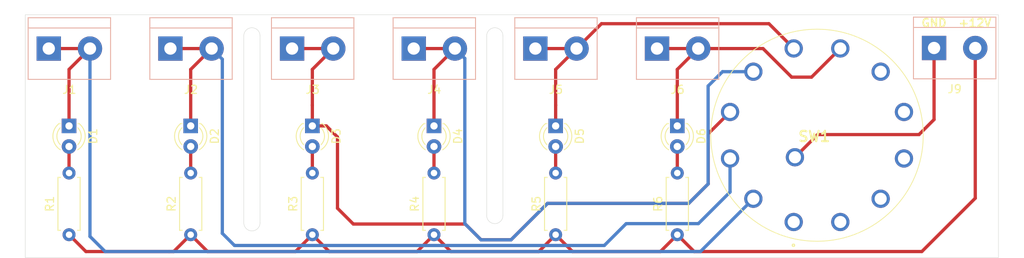
<source format=kicad_pcb>
(kicad_pcb (version 20241229) (generator "pcbnew") (generator_version "9.0")
  (title_block (title "Amp Switcher - 6-way Control Matrix") (date "2025-03-17") (rev "1.0") (comment 3 "SPDX-FileCopyrightText: 2025 Arnaud Ferraris <aferraris@debian.org>") (comment 4 "SPDX-License-Identifier: CERN-OHL-S-2.0+"))
  (layers (0 "F.Cu" signal) (2 "B.Cu" signal) (13 "F.Paste" user) (15 "B.Paste" user) (5 "F.SilkS" user "F.Silkscreen") (7 "B.SilkS" user "B.Silkscreen") (1 "F.Mask" user) (3 "B.Mask" user) (25 "Edge.Cuts" user))
  (net 0 "")
  (net 1 "Net-(D1-K)")
  (net 2 "Net-(D1-A)")
  (net 3 "Net-(D2-A)")
  (net 4 "Net-(D2-K)")
  (net 5 "Net-(D3-K)")
  (net 6 "Net-(D3-A)")
  (net 7 "Net-(D4-A)")
  (net 8 "Net-(D4-K)")
  (net 9 "Net-(D5-K)")
  (net 10 "Net-(D5-A)")
  (net 11 "Net-(D6-A)")
  (net 12 "Net-(D6-K)")
  (net 15 "GND")
  (net 16 "+12V")
  (footprint "LED_THT:LED_D3.0mm" (layer "F.Cu") (at 95.4 93.73 -90)
    (property "Reference" "D3" (at 1.27 -2.96 90) (layer "F.SilkS"))
    (property "Value" "LED")
    (fp_line (start -0.29 1.08) (end -0.29 1.236) (stroke (width 0.12)) (layer "F.SilkS"))
    (fp_line (start -0.29 -1.236) (end -0.29 -1.08) (stroke (width 0.12)) (layer "F.SilkS"))
    (fp_arc (start 2.941397 1.080061) (mid 1.365624 1.987701) (end -0.29 1.235516) (stroke (width 0.12)) (layer "F.SilkS"))
    (fp_arc (start 2.31091 1.080049) (mid 1.269964 1.5) (end 0.229039 1.08) (stroke (width 0.12)) (layer "F.SilkS"))
    (fp_arc (start 0.229039 -1.08) (mid 1.269964 -1.5) (end 2.31091 -1.080049) (stroke (width 0.12)) (layer "F.SilkS"))
    (fp_arc (start -0.29 -1.235516) (mid 1.365624 -1.987701) (end 2.941397 -1.080061) (stroke (width 0.12)) (layer "F.SilkS"))
    (pad "1" thru_hole rect (at 0 0 270) (size 1.8 1.8) (drill 0.9) (layers "*.Cu" "*.Mask") (net 5 "Net-(D3-K)"))
    (pad "2" thru_hole circle (at 2.54 0 270) (size 1.8 1.8) (drill 0.9) (layers "*.Cu" "*.Mask") (net 6 "Net-(D3-A)"))
  )
  (footprint "Personal_Footprints:CK1059" (layer "F.Cu") (at 154.75422 105.6)
    (property "Reference" "SW1" (at 2.52889 -10.56878 0) (layer "F.SilkS") (effects (font (size 1.27 1.27) (thickness 0.254))))
    (property "Value" "SW_Rotary_1x12" (hide yes))
    (fp_circle (center -0.032 2.875) (end -0.032 2.944) (stroke (width 0.15)) (fill no) (layer "F.SilkS"))
    (fp_circle (center 2.87289 -10.72178) (end 2.87289 2.37822) (stroke (width 0.1)) (fill no) (layer "F.SilkS"))
    (pad "1" thru_hole circle (at 0 0) (size 2.25 2.25) (drill 1.5) (layers "*.Cu" "*.Mask"))
    (pad "2" thru_hole circle (at -4.97599 -2.87289) (size 2.25 2.25) (drill 1.5) (layers "*.Cu" "*.Mask") (net 1 "Net-(D1-K)"))
    (pad "3" thru_hole circle (at -7.84889 -7.84889) (size 2.25 2.25) (drill 1.5) (layers "*.Cu" "*.Mask") (net 4 "Net-(D2-K)"))
    (pad "4" thru_hole circle (at -7.84889 -13.59467) (size 2.25 2.25) (drill 1.5) (layers "*.Cu" "*.Mask") (net 5 "Net-(D3-K)"))
    (pad "5" thru_hole circle (at -4.97599 -18.57066) (size 2.25 2.25) (drill 1.5) (layers "*.Cu" "*.Mask") (net 8 "Net-(D4-K)"))
    (pad "6" thru_hole circle (at 0 -21.44355) (size 2.25 2.25) (drill 1.5) (layers "*.Cu" "*.Mask") (net 9 "Net-(D5-K)"))
    (pad "7" thru_hole circle (at 5.74578 -21.44355) (size 2.25 2.25) (drill 1.5) (layers "*.Cu" "*.Mask") (net 12 "Net-(D6-K)"))
    (pad "8" thru_hole circle (at 10.72178 -18.57066) (size 2.25 2.25) (drill 1.5) (layers "*.Cu" "*.Mask"))
    (pad "9" thru_hole circle (at 13.59467 -13.594671) (size 2.25 2.25) (drill 1.5) (layers "*.Cu" "*.Mask"))
    (pad "10" thru_hole circle (at 13.59467 -7.84889) (size 2.25 2.25) (drill 1.5) (layers "*.Cu" "*.Mask"))
    (pad "11" thru_hole circle (at 10.72178 -2.87289) (size 2.25 2.25) (drill 1.5) (layers "*.Cu" "*.Mask"))
    (pad "12" thru_hole circle (at 5.74578 0) (size 2.25 2.25) (drill 1.5) (layers "*.Cu" "*.Mask"))
    (pad "13" thru_hole circle (at 0.15053 -7.99942) (size 2.25 2.25) (drill 1.5) (layers "*.Cu" "*.Mask") (net 15 "GND"))
  )
  (footprint "Resistor_THT:R_Axial_DIN0207_L6.3mm_D2.5mm_P7.62mm_Horizontal" (layer "F.Cu") (at 80.4 107.17 90)
    (property "Reference" "R2" (at 3.81 -2.37 90) (layer "F.SilkS"))
    (property "Value" "680R")
    (fp_line (start 7.08 -1.37) (end 7.08 -1.04) (stroke (width 0.12)) (layer "F.SilkS"))
    (fp_line (start 0.54 -1.37) (end 7.08 -1.37) (stroke (width 0.12)) (layer "F.SilkS"))
    (fp_line (start 0.54 -1.04) (end 0.54 -1.37) (stroke (width 0.12)) (layer "F.SilkS"))
    (fp_line (start 0.54 1.04) (end 0.54 1.37) (stroke (width 0.12)) (layer "F.SilkS"))
    (fp_line (start 7.08 1.37) (end 7.08 1.04) (stroke (width 0.12)) (layer "F.SilkS"))
    (fp_line (start 0.54 1.37) (end 7.08 1.37) (stroke (width 0.12)) (layer "F.SilkS"))
    (pad "1" thru_hole circle (at 0 0 90) (size 1.6 1.6) (drill 0.8) (layers "*.Cu" "*.Mask") (net 16 "+12V"))
    (pad "2" thru_hole oval (at 7.62 0 90) (size 1.6 1.6) (drill 0.8) (layers "*.Cu" "*.Mask") (net 3 "Net-(D2-A)"))
  )
  (footprint "LED_THT:LED_D3.0mm" (layer "F.Cu") (at 80.4 93.73 -90)
    (property "Reference" "D2" (at 1.27 -2.96 90) (layer "F.SilkS"))
    (property "Value" "LED")
    (fp_line (start -0.29 1.08) (end -0.29 1.236) (stroke (width 0.12)) (layer "F.SilkS"))
    (fp_line (start -0.29 -1.236) (end -0.29 -1.08) (stroke (width 0.12)) (layer "F.SilkS"))
    (fp_arc (start 2.941397 1.080061) (mid 1.365624 1.987701) (end -0.29 1.235516) (stroke (width 0.12)) (layer "F.SilkS"))
    (fp_arc (start 2.31091 1.080049) (mid 1.269964 1.5) (end 0.229039 1.08) (stroke (width 0.12)) (layer "F.SilkS"))
    (fp_arc (start 0.229039 -1.08) (mid 1.269964 -1.5) (end 2.31091 -1.080049) (stroke (width 0.12)) (layer "F.SilkS"))
    (fp_arc (start -0.29 -1.235516) (mid 1.365624 -1.987701) (end 2.941397 -1.080061) (stroke (width 0.12)) (layer "F.SilkS"))
    (pad "1" thru_hole rect (at 0 0 270) (size 1.8 1.8) (drill 0.9) (layers "*.Cu" "*.Mask") (net 4 "Net-(D2-K)"))
    (pad "2" thru_hole circle (at 2.54 0 270) (size 1.8 1.8) (drill 0.9) (layers "*.Cu" "*.Mask") (net 3 "Net-(D2-A)"))
  )
  (footprint "LED_THT:LED_D3.0mm" (layer "F.Cu") (at 140.4 93.73 -90)
    (property "Reference" "D6" (at 1.27 -2.96 90) (layer "F.SilkS"))
    (property "Value" "LED")
    (fp_line (start -0.29 1.08) (end -0.29 1.236) (stroke (width 0.12)) (layer "F.SilkS"))
    (fp_line (start -0.29 -1.236) (end -0.29 -1.08) (stroke (width 0.12)) (layer "F.SilkS"))
    (fp_arc (start 2.941397 1.080061) (mid 1.365624 1.987701) (end -0.29 1.235516) (stroke (width 0.12)) (layer "F.SilkS"))
    (fp_arc (start 2.31091 1.080049) (mid 1.269964 1.5) (end 0.229039 1.08) (stroke (width 0.12)) (layer "F.SilkS"))
    (fp_arc (start 0.229039 -1.08) (mid 1.269964 -1.5) (end 2.31091 -1.080049) (stroke (width 0.12)) (layer "F.SilkS"))
    (fp_arc (start -0.29 -1.235516) (mid 1.365624 -1.987701) (end 2.941397 -1.080061) (stroke (width 0.12)) (layer "F.SilkS"))
    (pad "1" thru_hole rect (at 0 0 270) (size 1.8 1.8) (drill 0.9) (layers "*.Cu" "*.Mask") (net 12 "Net-(D6-K)"))
    (pad "2" thru_hole circle (at 2.54 0 270) (size 1.8 1.8) (drill 0.9) (layers "*.Cu" "*.Mask") (net 11 "Net-(D6-A)"))
  )
  (footprint "Resistor_THT:R_Axial_DIN0207_L6.3mm_D2.5mm_P7.62mm_Horizontal" (layer "F.Cu") (at 140.4 107.17 90)
    (property "Reference" "R6" (at 3.81 -2.37 90) (layer "F.SilkS"))
    (property "Value" "680R")
    (fp_line (start 7.08 -1.37) (end 7.08 -1.04) (stroke (width 0.12)) (layer "F.SilkS"))
    (fp_line (start 0.54 -1.37) (end 7.08 -1.37) (stroke (width 0.12)) (layer "F.SilkS"))
    (fp_line (start 0.54 -1.04) (end 0.54 -1.37) (stroke (width 0.12)) (layer "F.SilkS"))
    (fp_line (start 0.54 1.04) (end 0.54 1.37) (stroke (width 0.12)) (layer "F.SilkS"))
    (fp_line (start 7.08 1.37) (end 7.08 1.04) (stroke (width 0.12)) (layer "F.SilkS"))
    (fp_line (start 0.54 1.37) (end 7.08 1.37) (stroke (width 0.12)) (layer "F.SilkS"))
    (pad "1" thru_hole circle (at 0 0 90) (size 1.6 1.6) (drill 0.8) (layers "*.Cu" "*.Mask") (net 16 "+12V"))
    (pad "2" thru_hole oval (at 7.62 0 90) (size 1.6 1.6) (drill 0.8) (layers "*.Cu" "*.Mask") (net 11 "Net-(D6-A)"))
  )
  (footprint "LED_THT:LED_D3.0mm" (layer "F.Cu") (at 125.4 93.73 -90)
    (property "Reference" "D5" (at 1.27 -2.96 90) (layer "F.SilkS"))
    (property "Value" "LED")
    (fp_line (start -0.29 1.08) (end -0.29 1.236) (stroke (width 0.12)) (layer "F.SilkS"))
    (fp_line (start -0.29 -1.236) (end -0.29 -1.08) (stroke (width 0.12)) (layer "F.SilkS"))
    (fp_arc (start 2.941397 1.080061) (mid 1.365624 1.987701) (end -0.29 1.235516) (stroke (width 0.12)) (layer "F.SilkS"))
    (fp_arc (start 2.31091 1.080049) (mid 1.269964 1.5) (end 0.229039 1.08) (stroke (width 0.12)) (layer "F.SilkS"))
    (fp_arc (start 0.229039 -1.08) (mid 1.269964 -1.5) (end 2.31091 -1.080049) (stroke (width 0.12)) (layer "F.SilkS"))
    (fp_arc (start -0.29 -1.235516) (mid 1.365624 -1.987701) (end 2.941397 -1.080061) (stroke (width 0.12)) (layer "F.SilkS"))
    (pad "1" thru_hole rect (at 0 0 270) (size 1.8 1.8) (drill 0.9) (layers "*.Cu" "*.Mask") (net 9 "Net-(D5-K)"))
    (pad "2" thru_hole circle (at 2.54 0 270) (size 1.8 1.8) (drill 0.9) (layers "*.Cu" "*.Mask") (net 10 "Net-(D5-A)"))
  )
  (footprint "MountingHole:MountingHole_3.2mm_M3" (layer "F.Cu") (at 103 95)
    (property "Reference" "H2" (hide yes))
    (property "Value" "MountingHole")
    (pad "" np_thru_hole circle (at 0 0) (size 3.2 3.2) (drill 3.2) (layers "*.Cu" "*.Mask"))
  )
  (footprint "LED_THT:LED_D3.0mm" (layer "F.Cu") (at 110.4 93.73 -90)
    (property "Reference" "D4" (at 1.27 -2.96 90) (layer "F.SilkS"))
    (property "Value" "LED")
    (fp_line (start -0.29 1.08) (end -0.29 1.236) (stroke (width 0.12)) (layer "F.SilkS"))
    (fp_line (start -0.29 -1.236) (end -0.29 -1.08) (stroke (width 0.12)) (layer "F.SilkS"))
    (fp_arc (start 2.941397 1.080061) (mid 1.365624 1.987701) (end -0.29 1.235516) (stroke (width 0.12)) (layer "F.SilkS"))
    (fp_arc (start 2.31091 1.080049) (mid 1.269964 1.5) (end 0.229039 1.08) (stroke (width 0.12)) (layer "F.SilkS"))
    (fp_arc (start 0.229039 -1.08) (mid 1.269964 -1.5) (end 2.31091 -1.080049) (stroke (width 0.12)) (layer "F.SilkS"))
    (fp_arc (start -0.29 -1.235516) (mid 1.365624 -1.987701) (end 2.941397 -1.080061) (stroke (width 0.12)) (layer "F.SilkS"))
    (pad "1" thru_hole rect (at 0 0 270) (size 1.8 1.8) (drill 0.9) (layers "*.Cu" "*.Mask") (net 8 "Net-(D4-K)"))
    (pad "2" thru_hole circle (at 2.54 0 270) (size 1.8 1.8) (drill 0.9) (layers "*.Cu" "*.Mask") (net 7 "Net-(D4-A)"))
  )
  (footprint "Resistor_THT:R_Axial_DIN0207_L6.3mm_D2.5mm_P7.62mm_Horizontal" (layer "F.Cu") (at 125.4 107.17 90)
    (property "Reference" "R5" (at 3.81 -2.37 90) (layer "F.SilkS"))
    (property "Value" "680R")
    (fp_line (start 7.08 -1.37) (end 7.08 -1.04) (stroke (width 0.12)) (layer "F.SilkS"))
    (fp_line (start 0.54 -1.37) (end 7.08 -1.37) (stroke (width 0.12)) (layer "F.SilkS"))
    (fp_line (start 0.54 -1.04) (end 0.54 -1.37) (stroke (width 0.12)) (layer "F.SilkS"))
    (fp_line (start 0.54 1.04) (end 0.54 1.37) (stroke (width 0.12)) (layer "F.SilkS"))
    (fp_line (start 7.08 1.37) (end 7.08 1.04) (stroke (width 0.12)) (layer "F.SilkS"))
    (fp_line (start 0.54 1.37) (end 7.08 1.37) (stroke (width 0.12)) (layer "F.SilkS"))
    (pad "1" thru_hole circle (at 0 0 90) (size 1.6 1.6) (drill 0.8) (layers "*.Cu" "*.Mask") (net 16 "+12V"))
    (pad "2" thru_hole oval (at 7.62 0 90) (size 1.6 1.6) (drill 0.8) (layers "*.Cu" "*.Mask") (net 10 "Net-(D5-A)"))
  )
  (footprint "Resistor_THT:R_Axial_DIN0207_L6.3mm_D2.5mm_P7.62mm_Horizontal" (layer "F.Cu") (at 110.4 107.17 90)
    (property "Reference" "R4" (at 3.81 -2.37 90) (layer "F.SilkS"))
    (property "Value" "680R")
    (fp_line (start 7.08 -1.37) (end 7.08 -1.04) (stroke (width 0.12)) (layer "F.SilkS"))
    (fp_line (start 0.54 -1.37) (end 7.08 -1.37) (stroke (width 0.12)) (layer "F.SilkS"))
    (fp_line (start 0.54 -1.04) (end 0.54 -1.37) (stroke (width 0.12)) (layer "F.SilkS"))
    (fp_line (start 0.54 1.04) (end 0.54 1.37) (stroke (width 0.12)) (layer "F.SilkS"))
    (fp_line (start 7.08 1.37) (end 7.08 1.04) (stroke (width 0.12)) (layer "F.SilkS"))
    (fp_line (start 0.54 1.37) (end 7.08 1.37) (stroke (width 0.12)) (layer "F.SilkS"))
    (pad "1" thru_hole circle (at 0 0 90) (size 1.6 1.6) (drill 0.8) (layers "*.Cu" "*.Mask") (net 16 "+12V"))
    (pad "2" thru_hole oval (at 7.62 0 90) (size 1.6 1.6) (drill 0.8) (layers "*.Cu" "*.Mask") (net 7 "Net-(D4-A)"))
  )
  (footprint "MountingHole:MountingHole_3.2mm_M3" (layer "F.Cu") (at 73 95)
    (property "Reference" "H1" (hide yes))
    (property "Value" "MountingHole")
    (pad "" np_thru_hole circle (at 0 0) (size 3.2 3.2) (drill 3.2) (layers "*.Cu" "*.Mask"))
  )
  (footprint "MountingHole:MountingHole_3.2mm_M3" (layer "F.Cu") (at 133 95)
    (property "Reference" "H3" (hide yes))
    (property "Value" "MountingHole")
    (pad "" np_thru_hole circle (at 0 0) (size 3.2 3.2) (drill 3.2) (layers "*.Cu" "*.Mask"))
  )
  (footprint "Resistor_THT:R_Axial_DIN0207_L6.3mm_D2.5mm_P7.62mm_Horizontal" (layer "F.Cu") (at 65.4 107.17 90)
    (property "Reference" "R1" (at 3.81 -2.37 90) (layer "F.SilkS"))
    (property "Value" "680R")
    (fp_line (start 7.08 -1.37) (end 7.08 -1.04) (stroke (width 0.12)) (layer "F.SilkS"))
    (fp_line (start 0.54 -1.37) (end 7.08 -1.37) (stroke (width 0.12)) (layer "F.SilkS"))
    (fp_line (start 0.54 -1.04) (end 0.54 -1.37) (stroke (width 0.12)) (layer "F.SilkS"))
    (fp_line (start 0.54 1.04) (end 0.54 1.37) (stroke (width 0.12)) (layer "F.SilkS"))
    (fp_line (start 7.08 1.37) (end 7.08 1.04) (stroke (width 0.12)) (layer "F.SilkS"))
    (fp_line (start 0.54 1.37) (end 7.08 1.37) (stroke (width 0.12)) (layer "F.SilkS"))
    (pad "1" thru_hole circle (at 0 0 90) (size 1.6 1.6) (drill 0.8) (layers "*.Cu" "*.Mask") (net 16 "+12V"))
    (pad "2" thru_hole oval (at 7.62 0 90) (size 1.6 1.6) (drill 0.8) (layers "*.Cu" "*.Mask") (net 2 "Net-(D1-A)"))
  )
  (footprint "LED_THT:LED_D3.0mm" (layer "F.Cu") (at 65.4 93.73 -90)
    (property "Reference" "D1" (at 1.27 -2.96 90) (layer "F.SilkS"))
    (property "Value" "LED")
    (fp_line (start -0.29 1.08) (end -0.29 1.236) (stroke (width 0.12)) (layer "F.SilkS"))
    (fp_line (start -0.29 -1.236) (end -0.29 -1.08) (stroke (width 0.12)) (layer "F.SilkS"))
    (fp_arc (start 2.941397 1.080061) (mid 1.365624 1.987701) (end -0.29 1.235516) (stroke (width 0.12)) (layer "F.SilkS"))
    (fp_arc (start 2.31091 1.080049) (mid 1.269964 1.5) (end 0.229039 1.08) (stroke (width 0.12)) (layer "F.SilkS"))
    (fp_arc (start 0.229039 -1.08) (mid 1.269964 -1.5) (end 2.31091 -1.080049) (stroke (width 0.12)) (layer "F.SilkS"))
    (fp_arc (start -0.29 -1.235516) (mid 1.365624 -1.987701) (end 2.941397 -1.080061) (stroke (width 0.12)) (layer "F.SilkS"))
    (pad "1" thru_hole rect (at 0 0 270) (size 1.8 1.8) (drill 0.9) (layers "*.Cu" "*.Mask") (net 1 "Net-(D1-K)"))
    (pad "2" thru_hole circle (at 2.54 0 270) (size 1.8 1.8) (drill 0.9) (layers "*.Cu" "*.Mask") (net 2 "Net-(D1-A)"))
  )
  (footprint "Resistor_THT:R_Axial_DIN0207_L6.3mm_D2.5mm_P7.62mm_Horizontal" (layer "F.Cu") (at 95.4 107.17 90)
    (property "Reference" "R3" (at 3.81 -2.37 90) (layer "F.SilkS"))
    (property "Value" "680R")
    (fp_line (start 7.08 -1.37) (end 7.08 -1.04) (stroke (width 0.12)) (layer "F.SilkS"))
    (fp_line (start 0.54 -1.37) (end 7.08 -1.37) (stroke (width 0.12)) (layer "F.SilkS"))
    (fp_line (start 0.54 -1.04) (end 0.54 -1.37) (stroke (width 0.12)) (layer "F.SilkS"))
    (fp_line (start 0.54 1.04) (end 0.54 1.37) (stroke (width 0.12)) (layer "F.SilkS"))
    (fp_line (start 7.08 1.37) (end 7.08 1.04) (stroke (width 0.12)) (layer "F.SilkS"))
    (fp_line (start 0.54 1.37) (end 7.08 1.37) (stroke (width 0.12)) (layer "F.SilkS"))
    (pad "1" thru_hole circle (at 0 0 90) (size 1.6 1.6) (drill 0.8) (layers "*.Cu" "*.Mask") (net 16 "+12V"))
    (pad "2" thru_hole oval (at 7.62 0 90) (size 1.6 1.6) (drill 0.8) (layers "*.Cu" "*.Mask") (net 6 "Net-(D3-A)"))
  )
  (footprint "TerminalBlock:TerminalBlock_bornier-2_P5.08mm" (layer "B.Cu") (at 62.9 84.17)
    (property "Reference" "J1" (at 2.54 5.08 0) (layer "F.SilkS"))
    (property "Value" "Screw_Terminal_01x02")
    (fp_line (start -2.54 -3.81) (end 7.62 -3.81) (stroke (width 0.12)) (layer "B.SilkS"))
    (fp_line (start -2.54 3.81) (end -2.54 -3.81) (stroke (width 0.12)) (layer "B.SilkS"))
    (fp_line (start 7.62 -3.81) (end 7.62 3.81) (stroke (width 0.12)) (layer "B.SilkS"))
    (fp_line (start 7.62 -2.54) (end -2.54 -2.54) (stroke (width 0.12)) (layer "B.SilkS"))
    (fp_line (start 7.62 3.81) (end -2.54 3.81) (stroke (width 0.12)) (layer "B.SilkS"))
    (pad "1" thru_hole rect (at 0 0) (size 3 3) (drill 1.52) (layers "*.Cu" "*.Mask") (net 1 "Net-(D1-K)"))
    (pad "2" thru_hole circle (at 5.08 0) (size 3 3) (drill 1.52) (layers "*.Cu" "*.Mask") (net 1 "Net-(D1-K)"))
  )
  (footprint "TerminalBlock:TerminalBlock_bornier-2_P5.08mm" (layer "B.Cu") (at 77.9 84.17)
    (property "Reference" "J2" (at 2.54 5.08 0) (layer "F.SilkS"))
    (property "Value" "Screw_Terminal_01x02")
    (fp_line (start -2.54 -3.81) (end 7.62 -3.81) (stroke (width 0.12)) (layer "B.SilkS"))
    (fp_line (start -2.54 3.81) (end -2.54 -3.81) (stroke (width 0.12)) (layer "B.SilkS"))
    (fp_line (start 7.62 -3.81) (end 7.62 3.81) (stroke (width 0.12)) (layer "B.SilkS"))
    (fp_line (start 7.62 -2.54) (end -2.54 -2.54) (stroke (width 0.12)) (layer "B.SilkS"))
    (fp_line (start 7.62 3.81) (end -2.54 3.81) (stroke (width 0.12)) (layer "B.SilkS"))
    (pad "1" thru_hole rect (at 0 0) (size 3 3) (drill 1.52) (layers "*.Cu" "*.Mask") (net 4 "Net-(D2-K)"))
    (pad "2" thru_hole circle (at 5.08 0) (size 3 3) (drill 1.52) (layers "*.Cu" "*.Mask") (net 4 "Net-(D2-K)"))
  )
  (footprint "TerminalBlock:TerminalBlock_bornier-2_P5.08mm" (layer "B.Cu") (at 137.9 84.17)
    (property "Reference" "J6" (at 2.54 5.08 0) (layer "F.SilkS"))
    (property "Value" "Screw_Terminal_01x02")
    (fp_line (start -2.54 -3.81) (end 7.62 -3.81) (stroke (width 0.12)) (layer "B.SilkS"))
    (fp_line (start -2.54 3.81) (end -2.54 -3.81) (stroke (width 0.12)) (layer "B.SilkS"))
    (fp_line (start 7.62 -3.81) (end 7.62 3.81) (stroke (width 0.12)) (layer "B.SilkS"))
    (fp_line (start 7.62 -2.54) (end -2.54 -2.54) (stroke (width 0.12)) (layer "B.SilkS"))
    (fp_line (start 7.62 3.81) (end -2.54 3.81) (stroke (width 0.12)) (layer "B.SilkS"))
    (pad "1" thru_hole rect (at 0 0) (size 3 3) (drill 1.52) (layers "*.Cu" "*.Mask") (net 12 "Net-(D6-K)"))
    (pad "2" thru_hole circle (at 5.08 0) (size 3 3) (drill 1.52) (layers "*.Cu" "*.Mask") (net 12 "Net-(D6-K)"))
  )
  (footprint "TerminalBlock:TerminalBlock_bornier-2_P5.08mm" (layer "B.Cu") (at 92.9 84.17)
    (property "Reference" "J3" (at 2.54 5.08 0) (layer "F.SilkS"))
    (property "Value" "Screw_Terminal_01x02")
    (fp_line (start -2.54 -3.81) (end 7.62 -3.81) (stroke (width 0.12)) (layer "B.SilkS"))
    (fp_line (start -2.54 3.81) (end -2.54 -3.81) (stroke (width 0.12)) (layer "B.SilkS"))
    (fp_line (start 7.62 -3.81) (end 7.62 3.81) (stroke (width 0.12)) (layer "B.SilkS"))
    (fp_line (start 7.62 -2.54) (end -2.54 -2.54) (stroke (width 0.12)) (layer "B.SilkS"))
    (fp_line (start 7.62 3.81) (end -2.54 3.81) (stroke (width 0.12)) (layer "B.SilkS"))
    (pad "1" thru_hole rect (at 0 0) (size 3 3) (drill 1.52) (layers "*.Cu" "*.Mask") (net 5 "Net-(D3-K)"))
    (pad "2" thru_hole circle (at 5.08 0) (size 3 3) (drill 1.52) (layers "*.Cu" "*.Mask") (net 5 "Net-(D3-K)"))
  )
  (footprint "TerminalBlock:TerminalBlock_bornier-2_P5.08mm" (layer "B.Cu") (at 107.9 84.17)
    (property "Reference" "J4" (at 2.54 5.08 0) (layer "F.SilkS"))
    (property "Value" "Screw_Terminal_01x02")
    (fp_line (start -2.54 -3.81) (end 7.62 -3.81) (stroke (width 0.12)) (layer "B.SilkS"))
    (fp_line (start -2.54 3.81) (end -2.54 -3.81) (stroke (width 0.12)) (layer "B.SilkS"))
    (fp_line (start 7.62 -3.81) (end 7.62 3.81) (stroke (width 0.12)) (layer "B.SilkS"))
    (fp_line (start 7.62 -2.54) (end -2.54 -2.54) (stroke (width 0.12)) (layer "B.SilkS"))
    (fp_line (start 7.62 3.81) (end -2.54 3.81) (stroke (width 0.12)) (layer "B.SilkS"))
    (pad "1" thru_hole rect (at 0 0) (size 3 3) (drill 1.52) (layers "*.Cu" "*.Mask") (net 8 "Net-(D4-K)"))
    (pad "2" thru_hole circle (at 5.08 0) (size 3 3) (drill 1.52) (layers "*.Cu" "*.Mask") (net 8 "Net-(D4-K)"))
  )
  (footprint "TerminalBlock:TerminalBlock_bornier-2_P5.08mm" (layer "B.Cu") (at 172.06 84.1)
    (property "Reference" "J9" (at 2.54 5.08 0) (layer "F.SilkS"))
    (property "Value" "Screw_Terminal_01x02")
    (fp_line (start -2.54 -3.81) (end 7.62 -3.81) (stroke (width 0.12)) (layer "B.SilkS"))
    (fp_line (start -2.54 3.81) (end -2.54 -3.81) (stroke (width 0.12)) (layer "B.SilkS"))
    (fp_line (start 7.62 -3.81) (end 7.62 3.81) (stroke (width 0.12)) (layer "B.SilkS"))
    (fp_line (start 7.62 -2.54) (end -2.54 -2.54) (stroke (width 0.12)) (layer "B.SilkS"))
    (fp_line (start 7.62 3.81) (end -2.54 3.81) (stroke (width 0.12)) (layer "B.SilkS"))
    (pad "1" thru_hole rect (at 0 0) (size 3 3) (drill 1.52) (layers "*.Cu" "*.Mask") (net 15 "GND"))
    (pad "2" thru_hole circle (at 5.08 0) (size 3 3) (drill 1.52) (layers "*.Cu" "*.Mask") (net 16 "+12V"))
  )
  (footprint "TerminalBlock:TerminalBlock_bornier-2_P5.08mm" (layer "B.Cu") (at 122.9 84.17)
    (property "Reference" "J5" (at 2.54 5.08 0) (layer "F.SilkS"))
    (property "Value" "Screw_Terminal_01x02")
    (fp_line (start -2.54 -3.81) (end 7.62 -3.81) (stroke (width 0.12)) (layer "B.SilkS"))
    (fp_line (start -2.54 3.81) (end -2.54 -3.81) (stroke (width 0.12)) (layer "B.SilkS"))
    (fp_line (start 7.62 -3.81) (end 7.62 3.81) (stroke (width 0.12)) (layer "B.SilkS"))
    (fp_line (start 7.62 -2.54) (end -2.54 -2.54) (stroke (width 0.12)) (layer "B.SilkS"))
    (fp_line (start 7.62 3.81) (end -2.54 3.81) (stroke (width 0.12)) (layer "B.SilkS"))
    (pad "1" thru_hole rect (at 0 0) (size 3 3) (drill 1.52) (layers "*.Cu" "*.Mask") (net 9 "Net-(D5-K)"))
    (pad "2" thru_hole circle (at 5.08 0) (size 3 3) (drill 1.52) (layers "*.Cu" "*.Mask") (net 9 "Net-(D5-K)"))
  )
  (gr_arc (start 86.95 82.6) (mid 87.95 81.6) (end 88.95 82.6) (stroke (width 0.05)) (layer "Edge.Cuts"))
  (gr_line (start 116.9 104.8) (end 116.9 82.6) (stroke (width 0.05)) (layer "Edge.Cuts"))
  (gr_line (start 88.95 82.6) (end 88.95 105.7) (stroke (width 0.05)) (layer "Edge.Cuts"))
  (gr_arc (start 116.9 82.6) (mid 117.9 81.6) (end 118.9 82.6) (stroke (width 0.05)) (layer "Edge.Cuts"))
  (gr_arc (start 88.95 105.7) (mid 87.95 106.7) (end 86.95 105.7) (stroke (width 0.05)) (layer "Edge.Cuts"))
  (gr_line (start 118.9 82.6) (end 118.9 104.8) (stroke (width 0.05)) (layer "Edge.Cuts"))
  (gr_line (start 86.95 105.7) (end 86.95 82.6) (stroke (width 0.05)) (layer "Edge.Cuts"))
  (gr_rect (start 60 80) (end 180 110) (stroke (width 0.05)) (fill no) (layer "Edge.Cuts"))
  (gr_arc (start 118.9 104.8) (mid 117.9 105.8) (end 116.9 104.8) (stroke (width 0.05)) (layer "Edge.Cuts"))
  (gr_text "GND  +12V" (at 170.4 81.6 0) (layer "F.SilkS") (effects (font (size 1 1) (thickness 0.2) (bold yes)) (justify left bottom)))
  (segment (start 67.98 84.17) (end 65.4 86.75) (width 0.4) (layer "F.Cu") (net 1))
  (segment (start 62.9 84.17) (end 67.98 84.17) (width 0.4) (layer "F.Cu") (net 1))
  (segment (start 65.4 86.75) (end 65.4 93.73) (width 0.4) (layer "F.Cu") (net 1))
  (segment (start 67.98 84.17) (end 67.98 107.38) (width 0.4) (layer "B.Cu") (net 1))
  (segment (start 67.98 107.38) (end 69.849 109.249) (width 0.4) (layer "B.Cu") (net 1))
  (segment (start 69.849 109.249) (end 143.25634 109.249) (width 0.4) (layer "B.Cu") (net 1))
  (segment (start 143.25634 109.249) (end 149.77823 102.72711) (width 0.4) (layer "B.Cu") (net 1))
  (segment (start 65.4 96.27) (end 65.4 99.55) (width 0.4) (layer "F.Cu") (net 2))
  (segment (start 80.4 96.27) (end 80.4 99.55) (width 0.4) (layer "F.Cu") (net 3))
  (segment (start 80.4 86.75) (end 80.4 93.73) (width 0.4) (layer "F.Cu") (net 4))
  (segment (start 82.98 84.17) (end 80.4 86.75) (width 0.4) (layer "F.Cu") (net 4))
  (segment (start 77.9 84.17) (end 82.98 84.17) (width 0.4) (layer "F.Cu") (net 4))
  (segment (start 85.8 108.5) (end 131.4 108.5) (width 0.4) (layer "B.Cu") (net 4))
  (segment (start 82.98 84.17) (end 84.3 85.49) (width 0.4) (layer "B.Cu") (net 4))
  (segment (start 84.3 107) (end 85.8 108.5) (width 0.4) (layer "B.Cu") (net 4))
  (segment (start 143 105.8) (end 146.90533 101.89467) (width 0.4) (layer "B.Cu") (net 4))
  (segment (start 131.4 108.5) (end 134.1 105.8) (width 0.4) (layer "B.Cu") (net 4))
  (segment (start 134.1 105.8) (end 143 105.8) (width 0.4) (layer "B.Cu") (net 4))
  (segment (start 146.90533 101.89467) (end 146.90533 97.75111) (width 0.4) (layer "B.Cu") (net 4))
  (segment (start 84.3 85.49) (end 84.3 107) (width 0.4) (layer "B.Cu") (net 4))
  (segment (start 95.4 91.17) (end 95.4 86.75) (width 0.4) (layer "F.Cu") (net 5))
  (segment (start 92.9 84.17) (end 97.98 84.17) (width 0.4) (layer "F.Cu") (net 5))
  (segment (start 95.4 91.17) (end 95.4 93.73) (width 0.4) (layer "F.Cu") (net 5))
  (segment (start 97.13 93.73) (end 98.5 95.1) (width 0.4) (layer "F.Cu") (net 5))
  (segment (start 98.5 95.1) (end 98.5 103.9) (width 0.4) (layer "F.Cu") (net 5))
  (segment (start 144.2 100.9) (end 144.2 94.71066) (width 0.4) (layer "F.Cu") (net 5))
  (segment (start 144.2 94.71066) (end 146.90533 92.00533) (width 0.4) (layer "F.Cu") (net 5))
  (segment (start 114.25 105.85) (end 116.2 107.8) (width 0.4) (layer "F.Cu") (net 5))
  (segment (start 98.5 103.9) (end 100.45 105.85) (width 0.4) (layer "F.Cu") (net 5))
  (segment (start 95.4 93.73) (end 97.13 93.73) (width 0.4) (layer "F.Cu") (net 5))
  (segment (start 119.9 107.8) (end 124.4 103.3) (width 0.4) (layer "F.Cu") (net 5))
  (segment (start 124.4 103.3) (end 141.8 103.3) (width 0.4) (layer "F.Cu") (net 5))
  (segment (start 116.2 107.8) (end 119.9 107.8) (width 0.4) (layer "F.Cu") (net 5))
  (segment (start 100.45 105.85) (end 114.25 105.85) (width 0.4) (layer "F.Cu") (net 5))
  (segment (start 95.4 86.75) (end 97.98 84.17) (width 0.4) (layer "F.Cu") (net 5))
  (segment (start 141.8 103.3) (end 144.2 100.9) (width 0.4) (layer "F.Cu") (net 5))
  (segment (start 95.4 96.27) (end 95.4 99.55) (width 0.4) (layer "F.Cu") (net 6))
  (segment (start 110.4 96.27) (end 110.4 99.55) (width 0.4) (layer "F.Cu") (net 7))
  (segment (start 107.9 84.17) (end 112.98 84.17) (width 0.4) (layer "F.Cu") (net 8))
  (segment (start 112.98 84.17) (end 110.4 86.75) (width 0.4) (layer "F.Cu") (net 8))
  (segment (start 110.4 86.75) (end 110.4 93.73) (width 0.4) (layer "F.Cu") (net 8))
  (segment (start 144.2 100.9) (end 144.2 88.8) (width 0.4) (layer "B.Cu") (net 8))
  (segment (start 149.396899 87.2) (end 149.67289 86.924009) (width 0.4) (layer "B.Cu") (net 8))
  (segment (start 144.2 88.8) (end 145.97066 87.02934) (width 0.4) (layer "B.Cu") (net 8))
  (segment (start 145.97066 87.02934) (end 149.77823 87.02934) (width 0.4) (layer "B.Cu") (net 8))
  (segment (start 119.901 107.799) (end 124.4 103.3) (width 0.4) (layer "B.Cu") (net 8))
  (segment (start 112.98 84.17) (end 114.2 85.39) (width 0.4) (layer "B.Cu") (net 8))
  (segment (start 116.199 107.799) (end 119.901 107.799) (width 0.4) (layer "B.Cu") (net 8))
  (segment (start 141.8 103.3) (end 144.2 100.9) (width 0.4) (layer "B.Cu") (net 8))
  (segment (start 124.4 103.3) (end 141.8 103.3) (width 0.4) (layer "B.Cu") (net 8))
  (segment (start 114.2 105.8) (end 116.199 107.799) (width 0.4) (layer "B.Cu") (net 8))
  (segment (start 114.2 85.39) (end 114.2 105.8) (width 0.4) (layer "B.Cu") (net 8))
  (segment (start 125.4 91.17) (end 125.4 86.75) (width 0.4) (layer "F.Cu") (net 9))
  (segment (start 131.05 81.1) (end 127.98 84.17) (width 0.4) (layer "F.Cu") (net 9))
  (segment (start 154.75422 84.15645) (end 151.69777 81.1) (width 0.4) (layer "F.Cu") (net 9))
  (segment (start 125.4 86.75) (end 127.98 84.17) (width 0.4) (layer "F.Cu") (net 9))
  (segment (start 122.9 84.17) (end 127.98 84.17) (width 0.4) (layer "F.Cu") (net 9))
  (segment (start 125.4 91.17) (end 125.4 93.73) (width 0.4) (layer "F.Cu") (net 9))
  (segment (start 151.69777 81.1) (end 131.05 81.1) (width 0.4) (layer "F.Cu") (net 9))
  (segment (start 125.4 96.27) (end 125.4 99.55) (width 0.4) (layer "F.Cu") (net 10))
  (segment (start 140.4 96.27) (end 140.4 99.55) (width 0.4) (layer "F.Cu") (net 11))
  (segment (start 150.97 84.17) (end 154.5 87.7) (width 0.4) (layer "F.Cu") (net 12))
  (segment (start 140.4 86.75) (end 140.4 93.73) (width 0.4) (layer "F.Cu") (net 12))
  (segment (start 142.98 84.17) (end 140.4 86.75) (width 0.4) (layer "F.Cu") (net 12))
  (segment (start 137.9 84.17) (end 142.98 84.17) (width 0.4) (layer "F.Cu") (net 12))
  (segment (start 142.98 84.17) (end 150.97 84.17) (width 0.4) (layer "F.Cu") (net 12))
  (segment (start 154.5 87.7) (end 156.95645 87.7) (width 0.4) (layer "F.Cu") (net 12))
  (segment (start 156.95645 87.7) (end 160.5 84.15645) (width 0.4) (layer "F.Cu") (net 12))
  (segment (start 172.06 92.94) (end 170.2 94.8) (width 0.4) (layer "F.Cu") (net 15))
  (segment (start 172.06 84.1) (end 172.06 92.94) (width 0.4) (layer "F.Cu") (net 15))
  (segment (start 170.2 94.8) (end 157.70533 94.8) (width 0.4) (layer "F.Cu") (net 15))
  (segment (start 157.70533 94.8) (end 154.90475 97.60058) (width 0.4) (layer "F.Cu") (net 15))
  (segment (start 177.14 84.1) (end 177.14 102.66) (width 0.4) (layer "F.Cu") (net 16))
  (segment (start 140.4 107.17) (end 142.479 109.249) (width 0.4) (layer "F.Cu") (net 16))
  (segment (start 127.479 109.249) (end 138.321 109.249) (width 0.4) (layer "F.Cu") (net 16))
  (segment (start 93.321 109.249) (end 95.4 107.17) (width 0.4) (layer "F.Cu") (net 16))
  (segment (start 138.321 109.249) (end 140.4 107.17) (width 0.4) (layer "F.Cu") (net 16))
  (segment (start 142.479 109.249) (end 170.551 109.249) (width 0.4) (layer "F.Cu") (net 16))
  (segment (start 67.479 109.249) (end 77.75 109.249) (width 0.4) (layer "F.Cu") (net 16))
  (segment (start 95.4 107.17) (end 97.479 109.249) (width 0.4) (layer "F.Cu") (net 16))
  (segment (start 108.321 109.249) (end 110.4 107.17) (width 0.4) (layer "F.Cu") (net 16))
  (segment (start 112.479 109.249) (end 123.321 109.249) (width 0.4) (layer "F.Cu") (net 16))
  (segment (start 78.301 109.249) (end 80.38 107.17) (width 0.4) (layer "F.Cu") (net 16))
  (segment (start 80.4 107.17) (end 82.479 109.249) (width 0.4) (layer "F.Cu") (net 16))
  (segment (start 110.4 107.17) (end 112.479 109.249) (width 0.4) (layer "F.Cu") (net 16))
  (segment (start 97.479 109.249) (end 108.321 109.249) (width 0.4) (layer "F.Cu") (net 16))
  (segment (start 123.321 109.249) (end 125.4 107.17) (width 0.4) (layer "F.Cu") (net 16))
  (segment (start 80.38 107.17) (end 80.4 107.17) (width 0.4) (layer "F.Cu") (net 16))
  (segment (start 77.75 109.249) (end 78.301 109.249) (width 0.4) (layer "F.Cu") (net 16))
  (segment (start 82.479 109.249) (end 93.321 109.249) (width 0.4) (layer "F.Cu") (net 16))
  (segment (start 65.4 107.17) (end 67.479 109.249) (width 0.4) (layer "F.Cu") (net 16))
  (segment (start 125.4 107.17) (end 127.479 109.249) (width 0.4) (layer "F.Cu") (net 16))
  (segment (start 177.14 102.66) (end 170.551 109.249) (width 0.4) (layer "F.Cu") (net 16))
)
</source>
